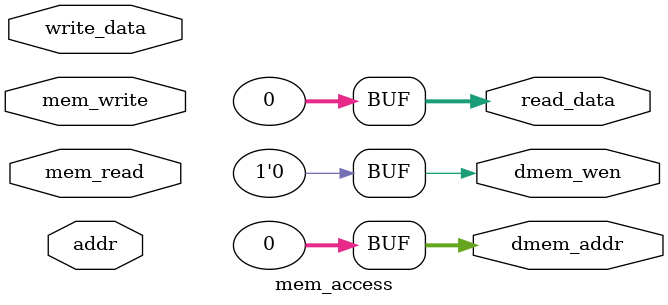
<source format=sv>
`timescale 1ns / 1ps


module mem_access(
    input mem_read, mem_write,
    input [31:0] addr, write_data,
    //inout logic [31:0] dmem_data,
    output logic [31:0] read_data,
    output logic [31:0] dmem_addr,
    output logic dmem_wen
 );
 
 always_comb begin
    read_data <= 0;
    dmem_addr <= 0;
    dmem_wen <= 0;
 end
/*always @ (posedge clk) begin
    if (mem_read && !mem_write) begin
        // Address dmem_addr and get data   
        dmem_addr <= addr;
        dmem_wen <= 0;
        read_data <= dmem_data;
    end
    else if (!mem_read && mem_write) begin
        dmem_addr <= addr;
        dmem_wen <= 1;
        dmem_data <= write_data;
        read_data <= 0;
    end
end */

endmodule

</source>
